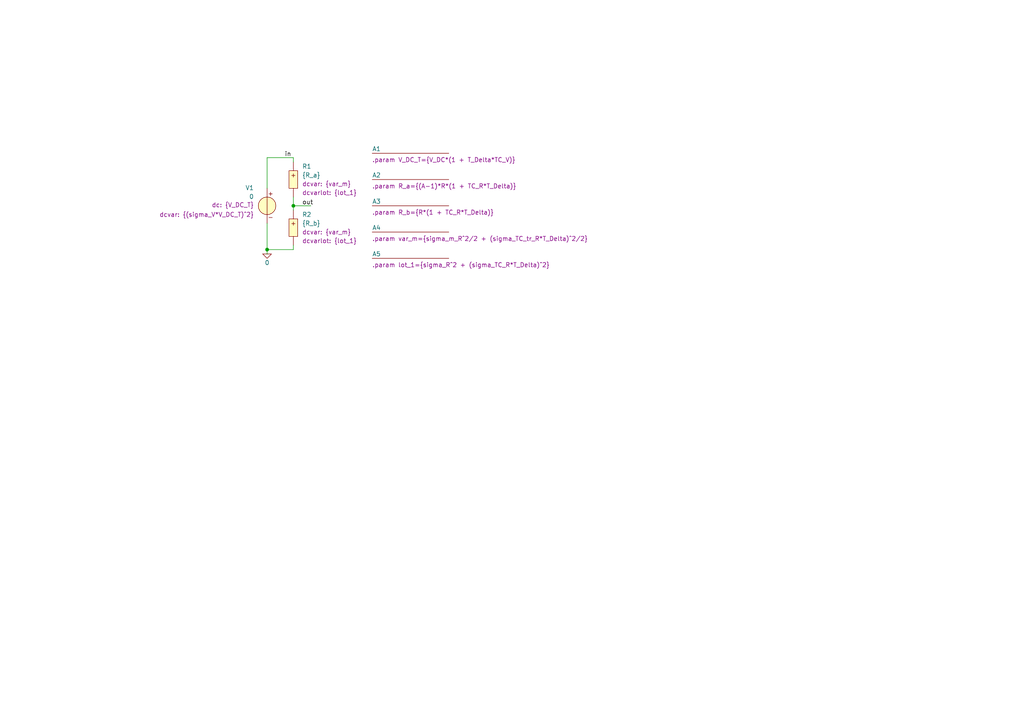
<source format=kicad_sch>
(kicad_sch (version 20231120) (generator "eeschema") (generator_version "8.0")
  (paper "A4")
  (title_block (title "DC matching and Tracking"))
  (lib_symbols
    (symbol "SLiCAP:Command" (pin_numbers hide) (pin_names (offset 0) hide)
      (property "Reference" "A?" (at 0 1.27 0))
      (property "command" "?" (at 0 -1.905 0))
      (symbol "Command_0_1"
        (polyline (pts (xy 0 0) (xy 22.225 0)))
      )
    )
    (symbol "SLiCAP:GND" (power) (pin_numbers hide) (pin_names (offset 0) hide)
      (property "Value" "0" (at 0 -2.54 0))
      (symbol "GND_0_1"
        (polyline (pts (xy -1.27 0) (xy 0 -1.27) (xy 1.27 0) (xy -1.27 0)))
      )
      (symbol "GND_1_1"
        (pin power_in line (at 0 0 0) (length 0) (name "~") (number "1"))
      )
    )
    (symbol "SLiCAP:R" (pin_numbers hide) (pin_names (offset 1.016) hide)
      (property "Reference" "R?" (at 1.905 3.81 0))
      (property "Value" "?" (at 1.905 1.905 0) (show_name))
      (property "noisetemp" "0" (at 1.905 0 0) (show_name))
      (property "noiseflow" "0" (at 15.24 0 0) (show_name))
      (property "dcvar" "0" (at 1.905 -1.905 0) (show_name))
      (property "dcvarlot" "0" (at 15.24 -1.905 0) (show_name))
      (symbol "R_0_0"
        (text "+" (at 0 1.27 0) (effects (font (size 1.27 1.27))))
      )
      (symbol "R_1_0"
        (pin passive line (at 0 5.08 270) (length 2.54) (name "1") (number "1"))
        (pin passive line (at 0 -5.08 90) (length 2.54) (name "2") (number "2"))
      )
      (symbol "R_1_1"
        (rectangle (start -1.27 2.54) (end 1.27 -2.54) (fill (type background)))
      )
    )
    (symbol "SLiCAP:V" (pin_numbers hide) (pin_names (offset 0) hide)
      (property "Reference" "V?" (at 3.175 4.445 0))
      (property "Value" "?" (at 3.175 2.54 0) (show_name))
      (property "noise" "0" (at 3.175 -3.175 0) (show_name))
      (property "dc" "0" (at 3.175 0.635 0) (show_name))
      (property "dcvar" "0" (at 3.175 -1.27 0) (show_name))
      (symbol "V_0_0"
        (text "+" (at -1.016 3.556 0) (effects (font (size 1.27 1.27))))
        (text "-" (at -1.016 -3.302 0) (effects (font (size 1.27 1.27))))
        (pin power_out line (at 0 5.08 270) (length 2.54) (name "p") (number "1"))
        (pin power_out line (at 0 -5.08 90) (length 2.54) (name "n") (number "2"))
      )
      (symbol "V_0_1"
        (polyline (pts (xy 0 2.54) (xy 0 -2.54)))
      )
      (symbol "V_1_0"
        (circle (center 0 0) (radius 2.54) (fill (type background)))
      )
    )
  )
  (junction (at 77.47 72.39))
  (junction (at 85.09 59.69))
  (wire (pts (xy 77.47 64.77) (xy 77.47 72.39)))
  (wire (pts (xy 77.47 72.39) (xy 77.47 73.66)))
  (wire (pts (xy 85.09 59.69) (xy 90.17 59.69)))
  (wire (pts (xy 85.09 57.15) (xy 85.09 59.69)))
  (wire (pts (xy 77.47 45.72) (xy 77.47 54.61)))
  (wire (pts (xy 85.09 60.96) (xy 85.09 59.69)))
  (wire (pts (xy 85.09 71.12) (xy 85.09 72.39)))
  (wire (pts (xy 85.09 46.99) (xy 85.09 45.72)))
  (wire (pts (xy 85.09 72.39) (xy 77.47 72.39)))
  (wire (pts (xy 85.09 45.72) (xy 77.47 45.72)))
  (label "in" (at 82.55 45.72 0))
  (label "out" (at 87.63 59.69 0))
  (symbol (lib_id "SLiCAP:R") (at 85.09 52.07 0) (unit 1)
    (property "Reference" "R1" (at 87.63 48.2599 0) (effects (justify left)))
    (property "Value" "{R_a}" (at 87.63 50.7999 0) (effects (justify left)))
    (property "Description" "Resistor (cannot have zero resistance)" (effects (hide yes)))
    (property "model" "R" (effects (hide yes)))
    (property "noisetemp" "0" (effects (hide yes)))
    (property "noiseflow" "0" (effects (hide yes)))
    (property "dcvar" "{var_m}" (at 87.63 53.3399 0) (show_name yes) (effects (justify left)))
    (property "dcvarlot" "{lot_1}" (at 87.63 55.8799 0) (show_name yes) (effects (justify left)))
  )
  (symbol (lib_id "SLiCAP:Command") (at 107.95 74.93 0) (unit 1)
    (property "Reference" "A5" (at 107.95 73.66 0) (effects (justify left)))
    (property "Description" "SLiCAP command (.lib, .param, .model. subckt}" (effects (hide yes)))
    (property "command" ".param lot_1={sigma_R^2 + (sigma_TC_R*T_Delta)^2}" (at 107.95 76.835 0) (effects (justify left)))
  )
  (symbol (lib_id "SLiCAP:Command") (at 107.95 44.45 0) (unit 1)
    (property "Reference" "A1" (at 107.95 43.18 0) (effects (justify left)))
    (property "Description" "SLiCAP command (.lib, .param, .model. subckt}" (effects (hide yes)))
    (property "command" ".param V_DC_T={V_DC*(1 + T_Delta*TC_V)}" (at 107.95 46.355 0) (effects (justify left)))
  )
  (symbol (lib_id "SLiCAP:Command") (at 107.95 67.31 0) (unit 1)
    (property "Reference" "A4" (at 107.95 66.04 0) (effects (justify left)))
    (property "Description" "SLiCAP command (.lib, .param, .model. subckt}" (effects (hide yes)))
    (property "command" ".param var_m={sigma_m_R^2/2 + (sigma_TC_tr_R*T_Delta)^2/2}" (at 107.95 69.215 0) (effects (justify left)))
  )
  (symbol (lib_id "SLiCAP:V") (at 77.47 59.69 0) (mirror y) (unit 1)
    (property "Reference" "V1" (at 73.66 54.4829 0) (effects (justify left)))
    (property "Value" "0" (at 73.66 57.0229 0) (effects (justify left)))
    (property "Description" "Independent voltage source" (effects (hide yes)))
    (property "noise" "0" (effects (hide yes)))
    (property "dc" "{V_DC_T}" (at 73.66 59.436 0) (show_name yes) (effects (justify left)))
    (property "dcvar" "{(sigma_V*V_DC_T)^2}" (at 73.66 62.23 0) (show_name yes) (effects (justify left)))
    (property "model" "V" (effects (hide yes)))
  )
  (symbol (lib_id "SLiCAP:Command") (at 107.95 59.69 0) (unit 1)
    (property "Reference" "A3" (at 107.95 58.42 0) (effects (justify left)))
    (property "Description" "SLiCAP command (.lib, .param, .model. subckt}" (effects (hide yes)))
    (property "command" ".param R_b={R*(1 + TC_R*T_Delta)}" (at 107.95 61.595 0) (effects (justify left)))
  )
  (symbol (lib_id "SLiCAP:GND") (at 77.47 73.66 0) (unit 1)
    (property "Reference" "#01" (effects (hide yes)))
    (property "Value" "0" (at 77.47 76.2 0))
    (property "Description" "0V reference potential" (effects (hide yes)))
  )
  (symbol (lib_id "SLiCAP:R") (at 85.09 66.04 0) (unit 1)
    (property "Reference" "R2" (at 87.63 62.2299 0) (effects (justify left)))
    (property "Value" "{R_b}" (at 87.63 64.7699 0) (effects (justify left)))
    (property "Description" "Resistor (cannot have zero resistance)" (effects (hide yes)))
    (property "model" "R" (effects (hide yes)))
    (property "noisetemp" "0" (effects (hide yes)))
    (property "noiseflow" "0" (effects (hide yes)))
    (property "dcvar" "{var_m}" (at 87.63 67.3099 0) (show_name yes) (effects (justify left)))
    (property "dcvarlot" "{lot_1}" (at 87.63 69.8499 0) (show_name yes) (effects (justify left)))
  )
  (symbol (lib_id "SLiCAP:Command") (at 107.95 52.07 0) (unit 1)
    (property "Reference" "A2" (at 107.95 50.8 0) (effects (justify left)))
    (property "Description" "SLiCAP command (.lib, .param, .model. subckt}" (effects (hide yes)))
    (property "command" ".param R_a={(A-1)*R*(1 + TC_R*T_Delta)}" (at 107.95 53.975 0) (effects (justify left)))
  )
)
</source>
